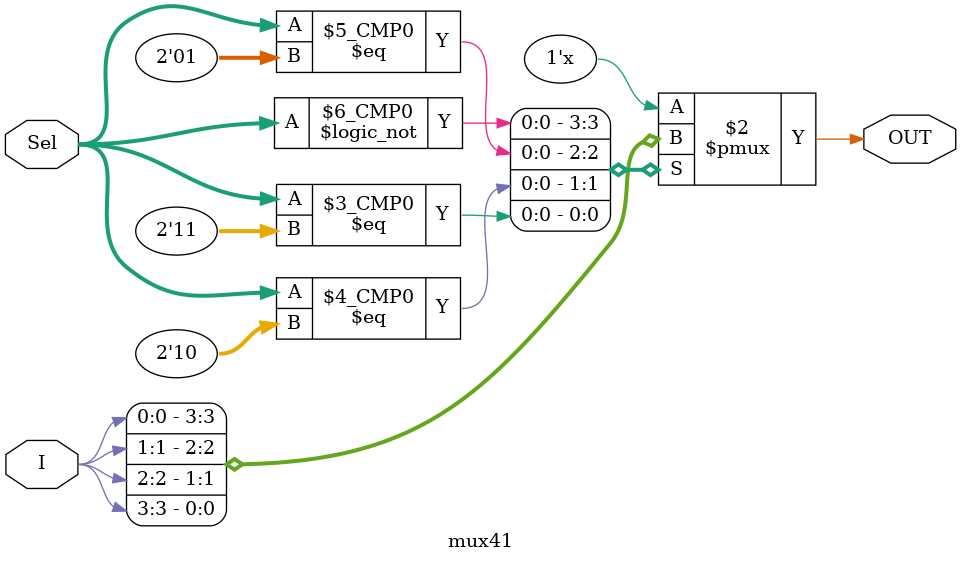
<source format=v>
module mux41 (OUT, I, Sel);
	
	output OUT;
	input [3:0] I;
	input [1:0] Sel;
	
	reg OUT;

	always @ (I, Sel) 
		case (Sel)
			2'd0: OUT = I[0];
			2'd1: OUT = I[1];
			2'd2: OUT = I[2];
			2'd3: OUT = I[3];
		endcase

endmodule
</source>
